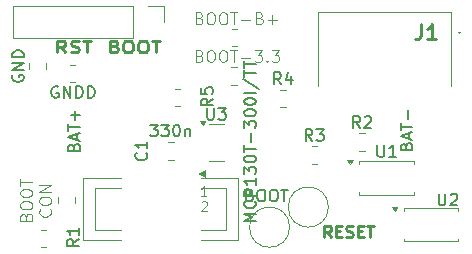
<source format=gbr>
%TF.GenerationSoftware,KiCad,Pcbnew,7.0.11+dfsg-1build4*%
%TF.CreationDate,2025-11-28T20:59:08+01:00*%
%TF.ProjectId,ParaMETEO-reset-adapter,50617261-4d45-4544-954f-2d7265736574,rev?*%
%TF.SameCoordinates,Original*%
%TF.FileFunction,Legend,Top*%
%TF.FilePolarity,Positive*%
%FSLAX46Y46*%
G04 Gerber Fmt 4.6, Leading zero omitted, Abs format (unit mm)*
G04 Created by KiCad (PCBNEW 7.0.11+dfsg-1build4) date 2025-11-28 20:59:08*
%MOMM*%
%LPD*%
G01*
G04 APERTURE LIST*
%ADD10C,0.100000*%
%ADD11C,0.150000*%
%ADD12C,0.250000*%
%ADD13C,0.254000*%
%ADD14C,0.073152*%
%ADD15C,0.120000*%
%ADD16C,0.200000*%
%ADD17C,0.101600*%
G04 APERTURE END LIST*
D10*
X137438609Y-69157142D02*
X137486228Y-69014285D01*
X137486228Y-69014285D02*
X137533847Y-68966666D01*
X137533847Y-68966666D02*
X137629085Y-68919047D01*
X137629085Y-68919047D02*
X137771942Y-68919047D01*
X137771942Y-68919047D02*
X137867180Y-68966666D01*
X137867180Y-68966666D02*
X137914800Y-69014285D01*
X137914800Y-69014285D02*
X137962419Y-69109523D01*
X137962419Y-69109523D02*
X137962419Y-69490475D01*
X137962419Y-69490475D02*
X136962419Y-69490475D01*
X136962419Y-69490475D02*
X136962419Y-69157142D01*
X136962419Y-69157142D02*
X137010038Y-69061904D01*
X137010038Y-69061904D02*
X137057657Y-69014285D01*
X137057657Y-69014285D02*
X137152895Y-68966666D01*
X137152895Y-68966666D02*
X137248133Y-68966666D01*
X137248133Y-68966666D02*
X137343371Y-69014285D01*
X137343371Y-69014285D02*
X137390990Y-69061904D01*
X137390990Y-69061904D02*
X137438609Y-69157142D01*
X137438609Y-69157142D02*
X137438609Y-69490475D01*
X136962419Y-68299999D02*
X136962419Y-68109523D01*
X136962419Y-68109523D02*
X137010038Y-68014285D01*
X137010038Y-68014285D02*
X137105276Y-67919047D01*
X137105276Y-67919047D02*
X137295752Y-67871428D01*
X137295752Y-67871428D02*
X137629085Y-67871428D01*
X137629085Y-67871428D02*
X137819561Y-67919047D01*
X137819561Y-67919047D02*
X137914800Y-68014285D01*
X137914800Y-68014285D02*
X137962419Y-68109523D01*
X137962419Y-68109523D02*
X137962419Y-68299999D01*
X137962419Y-68299999D02*
X137914800Y-68395237D01*
X137914800Y-68395237D02*
X137819561Y-68490475D01*
X137819561Y-68490475D02*
X137629085Y-68538094D01*
X137629085Y-68538094D02*
X137295752Y-68538094D01*
X137295752Y-68538094D02*
X137105276Y-68490475D01*
X137105276Y-68490475D02*
X137010038Y-68395237D01*
X137010038Y-68395237D02*
X136962419Y-68299999D01*
X136962419Y-67252380D02*
X136962419Y-67061904D01*
X136962419Y-67061904D02*
X137010038Y-66966666D01*
X137010038Y-66966666D02*
X137105276Y-66871428D01*
X137105276Y-66871428D02*
X137295752Y-66823809D01*
X137295752Y-66823809D02*
X137629085Y-66823809D01*
X137629085Y-66823809D02*
X137819561Y-66871428D01*
X137819561Y-66871428D02*
X137914800Y-66966666D01*
X137914800Y-66966666D02*
X137962419Y-67061904D01*
X137962419Y-67061904D02*
X137962419Y-67252380D01*
X137962419Y-67252380D02*
X137914800Y-67347618D01*
X137914800Y-67347618D02*
X137819561Y-67442856D01*
X137819561Y-67442856D02*
X137629085Y-67490475D01*
X137629085Y-67490475D02*
X137295752Y-67490475D01*
X137295752Y-67490475D02*
X137105276Y-67442856D01*
X137105276Y-67442856D02*
X137010038Y-67347618D01*
X137010038Y-67347618D02*
X136962419Y-67252380D01*
X136962419Y-66538094D02*
X136962419Y-65966666D01*
X137962419Y-66252380D02*
X136962419Y-66252380D01*
X139477180Y-68538095D02*
X139524800Y-68585714D01*
X139524800Y-68585714D02*
X139572419Y-68728571D01*
X139572419Y-68728571D02*
X139572419Y-68823809D01*
X139572419Y-68823809D02*
X139524800Y-68966666D01*
X139524800Y-68966666D02*
X139429561Y-69061904D01*
X139429561Y-69061904D02*
X139334323Y-69109523D01*
X139334323Y-69109523D02*
X139143847Y-69157142D01*
X139143847Y-69157142D02*
X139000990Y-69157142D01*
X139000990Y-69157142D02*
X138810514Y-69109523D01*
X138810514Y-69109523D02*
X138715276Y-69061904D01*
X138715276Y-69061904D02*
X138620038Y-68966666D01*
X138620038Y-68966666D02*
X138572419Y-68823809D01*
X138572419Y-68823809D02*
X138572419Y-68728571D01*
X138572419Y-68728571D02*
X138620038Y-68585714D01*
X138620038Y-68585714D02*
X138667657Y-68538095D01*
X138572419Y-67919047D02*
X138572419Y-67728571D01*
X138572419Y-67728571D02*
X138620038Y-67633333D01*
X138620038Y-67633333D02*
X138715276Y-67538095D01*
X138715276Y-67538095D02*
X138905752Y-67490476D01*
X138905752Y-67490476D02*
X139239085Y-67490476D01*
X139239085Y-67490476D02*
X139429561Y-67538095D01*
X139429561Y-67538095D02*
X139524800Y-67633333D01*
X139524800Y-67633333D02*
X139572419Y-67728571D01*
X139572419Y-67728571D02*
X139572419Y-67919047D01*
X139572419Y-67919047D02*
X139524800Y-68014285D01*
X139524800Y-68014285D02*
X139429561Y-68109523D01*
X139429561Y-68109523D02*
X139239085Y-68157142D01*
X139239085Y-68157142D02*
X138905752Y-68157142D01*
X138905752Y-68157142D02*
X138715276Y-68109523D01*
X138715276Y-68109523D02*
X138620038Y-68014285D01*
X138620038Y-68014285D02*
X138572419Y-67919047D01*
X139572419Y-67061904D02*
X138572419Y-67061904D01*
X138572419Y-67061904D02*
X139572419Y-66490476D01*
X139572419Y-66490476D02*
X138572419Y-66490476D01*
X152137217Y-52348609D02*
X152280074Y-52396228D01*
X152280074Y-52396228D02*
X152327693Y-52443847D01*
X152327693Y-52443847D02*
X152375312Y-52539085D01*
X152375312Y-52539085D02*
X152375312Y-52681942D01*
X152375312Y-52681942D02*
X152327693Y-52777180D01*
X152327693Y-52777180D02*
X152280074Y-52824800D01*
X152280074Y-52824800D02*
X152184836Y-52872419D01*
X152184836Y-52872419D02*
X151803884Y-52872419D01*
X151803884Y-52872419D02*
X151803884Y-51872419D01*
X151803884Y-51872419D02*
X152137217Y-51872419D01*
X152137217Y-51872419D02*
X152232455Y-51920038D01*
X152232455Y-51920038D02*
X152280074Y-51967657D01*
X152280074Y-51967657D02*
X152327693Y-52062895D01*
X152327693Y-52062895D02*
X152327693Y-52158133D01*
X152327693Y-52158133D02*
X152280074Y-52253371D01*
X152280074Y-52253371D02*
X152232455Y-52300990D01*
X152232455Y-52300990D02*
X152137217Y-52348609D01*
X152137217Y-52348609D02*
X151803884Y-52348609D01*
X152994360Y-51872419D02*
X153184836Y-51872419D01*
X153184836Y-51872419D02*
X153280074Y-51920038D01*
X153280074Y-51920038D02*
X153375312Y-52015276D01*
X153375312Y-52015276D02*
X153422931Y-52205752D01*
X153422931Y-52205752D02*
X153422931Y-52539085D01*
X153422931Y-52539085D02*
X153375312Y-52729561D01*
X153375312Y-52729561D02*
X153280074Y-52824800D01*
X153280074Y-52824800D02*
X153184836Y-52872419D01*
X153184836Y-52872419D02*
X152994360Y-52872419D01*
X152994360Y-52872419D02*
X152899122Y-52824800D01*
X152899122Y-52824800D02*
X152803884Y-52729561D01*
X152803884Y-52729561D02*
X152756265Y-52539085D01*
X152756265Y-52539085D02*
X152756265Y-52205752D01*
X152756265Y-52205752D02*
X152803884Y-52015276D01*
X152803884Y-52015276D02*
X152899122Y-51920038D01*
X152899122Y-51920038D02*
X152994360Y-51872419D01*
X154041979Y-51872419D02*
X154232455Y-51872419D01*
X154232455Y-51872419D02*
X154327693Y-51920038D01*
X154327693Y-51920038D02*
X154422931Y-52015276D01*
X154422931Y-52015276D02*
X154470550Y-52205752D01*
X154470550Y-52205752D02*
X154470550Y-52539085D01*
X154470550Y-52539085D02*
X154422931Y-52729561D01*
X154422931Y-52729561D02*
X154327693Y-52824800D01*
X154327693Y-52824800D02*
X154232455Y-52872419D01*
X154232455Y-52872419D02*
X154041979Y-52872419D01*
X154041979Y-52872419D02*
X153946741Y-52824800D01*
X153946741Y-52824800D02*
X153851503Y-52729561D01*
X153851503Y-52729561D02*
X153803884Y-52539085D01*
X153803884Y-52539085D02*
X153803884Y-52205752D01*
X153803884Y-52205752D02*
X153851503Y-52015276D01*
X153851503Y-52015276D02*
X153946741Y-51920038D01*
X153946741Y-51920038D02*
X154041979Y-51872419D01*
X154756265Y-51872419D02*
X155327693Y-51872419D01*
X155041979Y-52872419D02*
X155041979Y-51872419D01*
X155661027Y-52491466D02*
X156422932Y-52491466D01*
X157232455Y-52348609D02*
X157375312Y-52396228D01*
X157375312Y-52396228D02*
X157422931Y-52443847D01*
X157422931Y-52443847D02*
X157470550Y-52539085D01*
X157470550Y-52539085D02*
X157470550Y-52681942D01*
X157470550Y-52681942D02*
X157422931Y-52777180D01*
X157422931Y-52777180D02*
X157375312Y-52824800D01*
X157375312Y-52824800D02*
X157280074Y-52872419D01*
X157280074Y-52872419D02*
X156899122Y-52872419D01*
X156899122Y-52872419D02*
X156899122Y-51872419D01*
X156899122Y-51872419D02*
X157232455Y-51872419D01*
X157232455Y-51872419D02*
X157327693Y-51920038D01*
X157327693Y-51920038D02*
X157375312Y-51967657D01*
X157375312Y-51967657D02*
X157422931Y-52062895D01*
X157422931Y-52062895D02*
X157422931Y-52158133D01*
X157422931Y-52158133D02*
X157375312Y-52253371D01*
X157375312Y-52253371D02*
X157327693Y-52300990D01*
X157327693Y-52300990D02*
X157232455Y-52348609D01*
X157232455Y-52348609D02*
X156899122Y-52348609D01*
X157899122Y-52491466D02*
X158661027Y-52491466D01*
X158280074Y-52872419D02*
X158280074Y-52110514D01*
X152137217Y-55548609D02*
X152280074Y-55596228D01*
X152280074Y-55596228D02*
X152327693Y-55643847D01*
X152327693Y-55643847D02*
X152375312Y-55739085D01*
X152375312Y-55739085D02*
X152375312Y-55881942D01*
X152375312Y-55881942D02*
X152327693Y-55977180D01*
X152327693Y-55977180D02*
X152280074Y-56024800D01*
X152280074Y-56024800D02*
X152184836Y-56072419D01*
X152184836Y-56072419D02*
X151803884Y-56072419D01*
X151803884Y-56072419D02*
X151803884Y-55072419D01*
X151803884Y-55072419D02*
X152137217Y-55072419D01*
X152137217Y-55072419D02*
X152232455Y-55120038D01*
X152232455Y-55120038D02*
X152280074Y-55167657D01*
X152280074Y-55167657D02*
X152327693Y-55262895D01*
X152327693Y-55262895D02*
X152327693Y-55358133D01*
X152327693Y-55358133D02*
X152280074Y-55453371D01*
X152280074Y-55453371D02*
X152232455Y-55500990D01*
X152232455Y-55500990D02*
X152137217Y-55548609D01*
X152137217Y-55548609D02*
X151803884Y-55548609D01*
X152994360Y-55072419D02*
X153184836Y-55072419D01*
X153184836Y-55072419D02*
X153280074Y-55120038D01*
X153280074Y-55120038D02*
X153375312Y-55215276D01*
X153375312Y-55215276D02*
X153422931Y-55405752D01*
X153422931Y-55405752D02*
X153422931Y-55739085D01*
X153422931Y-55739085D02*
X153375312Y-55929561D01*
X153375312Y-55929561D02*
X153280074Y-56024800D01*
X153280074Y-56024800D02*
X153184836Y-56072419D01*
X153184836Y-56072419D02*
X152994360Y-56072419D01*
X152994360Y-56072419D02*
X152899122Y-56024800D01*
X152899122Y-56024800D02*
X152803884Y-55929561D01*
X152803884Y-55929561D02*
X152756265Y-55739085D01*
X152756265Y-55739085D02*
X152756265Y-55405752D01*
X152756265Y-55405752D02*
X152803884Y-55215276D01*
X152803884Y-55215276D02*
X152899122Y-55120038D01*
X152899122Y-55120038D02*
X152994360Y-55072419D01*
X154041979Y-55072419D02*
X154232455Y-55072419D01*
X154232455Y-55072419D02*
X154327693Y-55120038D01*
X154327693Y-55120038D02*
X154422931Y-55215276D01*
X154422931Y-55215276D02*
X154470550Y-55405752D01*
X154470550Y-55405752D02*
X154470550Y-55739085D01*
X154470550Y-55739085D02*
X154422931Y-55929561D01*
X154422931Y-55929561D02*
X154327693Y-56024800D01*
X154327693Y-56024800D02*
X154232455Y-56072419D01*
X154232455Y-56072419D02*
X154041979Y-56072419D01*
X154041979Y-56072419D02*
X153946741Y-56024800D01*
X153946741Y-56024800D02*
X153851503Y-55929561D01*
X153851503Y-55929561D02*
X153803884Y-55739085D01*
X153803884Y-55739085D02*
X153803884Y-55405752D01*
X153803884Y-55405752D02*
X153851503Y-55215276D01*
X153851503Y-55215276D02*
X153946741Y-55120038D01*
X153946741Y-55120038D02*
X154041979Y-55072419D01*
X154756265Y-55072419D02*
X155327693Y-55072419D01*
X155041979Y-56072419D02*
X155041979Y-55072419D01*
X155661027Y-55691466D02*
X156422932Y-55691466D01*
X156803884Y-55072419D02*
X157422931Y-55072419D01*
X157422931Y-55072419D02*
X157089598Y-55453371D01*
X157089598Y-55453371D02*
X157232455Y-55453371D01*
X157232455Y-55453371D02*
X157327693Y-55500990D01*
X157327693Y-55500990D02*
X157375312Y-55548609D01*
X157375312Y-55548609D02*
X157422931Y-55643847D01*
X157422931Y-55643847D02*
X157422931Y-55881942D01*
X157422931Y-55881942D02*
X157375312Y-55977180D01*
X157375312Y-55977180D02*
X157327693Y-56024800D01*
X157327693Y-56024800D02*
X157232455Y-56072419D01*
X157232455Y-56072419D02*
X156946741Y-56072419D01*
X156946741Y-56072419D02*
X156851503Y-56024800D01*
X156851503Y-56024800D02*
X156803884Y-55977180D01*
X157851503Y-55977180D02*
X157899122Y-56024800D01*
X157899122Y-56024800D02*
X157851503Y-56072419D01*
X157851503Y-56072419D02*
X157803884Y-56024800D01*
X157803884Y-56024800D02*
X157851503Y-55977180D01*
X157851503Y-55977180D02*
X157851503Y-56072419D01*
X158232455Y-55072419D02*
X158851502Y-55072419D01*
X158851502Y-55072419D02*
X158518169Y-55453371D01*
X158518169Y-55453371D02*
X158661026Y-55453371D01*
X158661026Y-55453371D02*
X158756264Y-55500990D01*
X158756264Y-55500990D02*
X158803883Y-55548609D01*
X158803883Y-55548609D02*
X158851502Y-55643847D01*
X158851502Y-55643847D02*
X158851502Y-55881942D01*
X158851502Y-55881942D02*
X158803883Y-55977180D01*
X158803883Y-55977180D02*
X158756264Y-56024800D01*
X158756264Y-56024800D02*
X158661026Y-56072419D01*
X158661026Y-56072419D02*
X158375312Y-56072419D01*
X158375312Y-56072419D02*
X158280074Y-56024800D01*
X158280074Y-56024800D02*
X158232455Y-55977180D01*
D11*
X156420112Y-67346009D02*
X156562969Y-67393628D01*
X156562969Y-67393628D02*
X156610588Y-67441247D01*
X156610588Y-67441247D02*
X156658207Y-67536485D01*
X156658207Y-67536485D02*
X156658207Y-67679342D01*
X156658207Y-67679342D02*
X156610588Y-67774580D01*
X156610588Y-67774580D02*
X156562969Y-67822200D01*
X156562969Y-67822200D02*
X156467731Y-67869819D01*
X156467731Y-67869819D02*
X156086779Y-67869819D01*
X156086779Y-67869819D02*
X156086779Y-66869819D01*
X156086779Y-66869819D02*
X156420112Y-66869819D01*
X156420112Y-66869819D02*
X156515350Y-66917438D01*
X156515350Y-66917438D02*
X156562969Y-66965057D01*
X156562969Y-66965057D02*
X156610588Y-67060295D01*
X156610588Y-67060295D02*
X156610588Y-67155533D01*
X156610588Y-67155533D02*
X156562969Y-67250771D01*
X156562969Y-67250771D02*
X156515350Y-67298390D01*
X156515350Y-67298390D02*
X156420112Y-67346009D01*
X156420112Y-67346009D02*
X156086779Y-67346009D01*
X157277255Y-66869819D02*
X157467731Y-66869819D01*
X157467731Y-66869819D02*
X157562969Y-66917438D01*
X157562969Y-66917438D02*
X157658207Y-67012676D01*
X157658207Y-67012676D02*
X157705826Y-67203152D01*
X157705826Y-67203152D02*
X157705826Y-67536485D01*
X157705826Y-67536485D02*
X157658207Y-67726961D01*
X157658207Y-67726961D02*
X157562969Y-67822200D01*
X157562969Y-67822200D02*
X157467731Y-67869819D01*
X157467731Y-67869819D02*
X157277255Y-67869819D01*
X157277255Y-67869819D02*
X157182017Y-67822200D01*
X157182017Y-67822200D02*
X157086779Y-67726961D01*
X157086779Y-67726961D02*
X157039160Y-67536485D01*
X157039160Y-67536485D02*
X157039160Y-67203152D01*
X157039160Y-67203152D02*
X157086779Y-67012676D01*
X157086779Y-67012676D02*
X157182017Y-66917438D01*
X157182017Y-66917438D02*
X157277255Y-66869819D01*
X158324874Y-66869819D02*
X158515350Y-66869819D01*
X158515350Y-66869819D02*
X158610588Y-66917438D01*
X158610588Y-66917438D02*
X158705826Y-67012676D01*
X158705826Y-67012676D02*
X158753445Y-67203152D01*
X158753445Y-67203152D02*
X158753445Y-67536485D01*
X158753445Y-67536485D02*
X158705826Y-67726961D01*
X158705826Y-67726961D02*
X158610588Y-67822200D01*
X158610588Y-67822200D02*
X158515350Y-67869819D01*
X158515350Y-67869819D02*
X158324874Y-67869819D01*
X158324874Y-67869819D02*
X158229636Y-67822200D01*
X158229636Y-67822200D02*
X158134398Y-67726961D01*
X158134398Y-67726961D02*
X158086779Y-67536485D01*
X158086779Y-67536485D02*
X158086779Y-67203152D01*
X158086779Y-67203152D02*
X158134398Y-67012676D01*
X158134398Y-67012676D02*
X158229636Y-66917438D01*
X158229636Y-66917438D02*
X158324874Y-66869819D01*
X159039160Y-66869819D02*
X159610588Y-66869819D01*
X159324874Y-67869819D02*
X159324874Y-66869819D01*
D12*
X163273996Y-70914619D02*
X162940663Y-70438428D01*
X162702568Y-70914619D02*
X162702568Y-69914619D01*
X162702568Y-69914619D02*
X163083520Y-69914619D01*
X163083520Y-69914619D02*
X163178758Y-69962238D01*
X163178758Y-69962238D02*
X163226377Y-70009857D01*
X163226377Y-70009857D02*
X163273996Y-70105095D01*
X163273996Y-70105095D02*
X163273996Y-70247952D01*
X163273996Y-70247952D02*
X163226377Y-70343190D01*
X163226377Y-70343190D02*
X163178758Y-70390809D01*
X163178758Y-70390809D02*
X163083520Y-70438428D01*
X163083520Y-70438428D02*
X162702568Y-70438428D01*
X163702568Y-70390809D02*
X164035901Y-70390809D01*
X164178758Y-70914619D02*
X163702568Y-70914619D01*
X163702568Y-70914619D02*
X163702568Y-69914619D01*
X163702568Y-69914619D02*
X164178758Y-69914619D01*
X164559711Y-70867000D02*
X164702568Y-70914619D01*
X164702568Y-70914619D02*
X164940663Y-70914619D01*
X164940663Y-70914619D02*
X165035901Y-70867000D01*
X165035901Y-70867000D02*
X165083520Y-70819380D01*
X165083520Y-70819380D02*
X165131139Y-70724142D01*
X165131139Y-70724142D02*
X165131139Y-70628904D01*
X165131139Y-70628904D02*
X165083520Y-70533666D01*
X165083520Y-70533666D02*
X165035901Y-70486047D01*
X165035901Y-70486047D02*
X164940663Y-70438428D01*
X164940663Y-70438428D02*
X164750187Y-70390809D01*
X164750187Y-70390809D02*
X164654949Y-70343190D01*
X164654949Y-70343190D02*
X164607330Y-70295571D01*
X164607330Y-70295571D02*
X164559711Y-70200333D01*
X164559711Y-70200333D02*
X164559711Y-70105095D01*
X164559711Y-70105095D02*
X164607330Y-70009857D01*
X164607330Y-70009857D02*
X164654949Y-69962238D01*
X164654949Y-69962238D02*
X164750187Y-69914619D01*
X164750187Y-69914619D02*
X164988282Y-69914619D01*
X164988282Y-69914619D02*
X165131139Y-69962238D01*
X165559711Y-70390809D02*
X165893044Y-70390809D01*
X166035901Y-70914619D02*
X165559711Y-70914619D01*
X165559711Y-70914619D02*
X165559711Y-69914619D01*
X165559711Y-69914619D02*
X166035901Y-69914619D01*
X166321616Y-69914619D02*
X166893044Y-69914619D01*
X166607330Y-70914619D02*
X166607330Y-69914619D01*
D11*
X140160588Y-58167438D02*
X140065350Y-58119819D01*
X140065350Y-58119819D02*
X139922493Y-58119819D01*
X139922493Y-58119819D02*
X139779636Y-58167438D01*
X139779636Y-58167438D02*
X139684398Y-58262676D01*
X139684398Y-58262676D02*
X139636779Y-58357914D01*
X139636779Y-58357914D02*
X139589160Y-58548390D01*
X139589160Y-58548390D02*
X139589160Y-58691247D01*
X139589160Y-58691247D02*
X139636779Y-58881723D01*
X139636779Y-58881723D02*
X139684398Y-58976961D01*
X139684398Y-58976961D02*
X139779636Y-59072200D01*
X139779636Y-59072200D02*
X139922493Y-59119819D01*
X139922493Y-59119819D02*
X140017731Y-59119819D01*
X140017731Y-59119819D02*
X140160588Y-59072200D01*
X140160588Y-59072200D02*
X140208207Y-59024580D01*
X140208207Y-59024580D02*
X140208207Y-58691247D01*
X140208207Y-58691247D02*
X140017731Y-58691247D01*
X140636779Y-59119819D02*
X140636779Y-58119819D01*
X140636779Y-58119819D02*
X141208207Y-59119819D01*
X141208207Y-59119819D02*
X141208207Y-58119819D01*
X141684398Y-59119819D02*
X141684398Y-58119819D01*
X141684398Y-58119819D02*
X141922493Y-58119819D01*
X141922493Y-58119819D02*
X142065350Y-58167438D01*
X142065350Y-58167438D02*
X142160588Y-58262676D01*
X142160588Y-58262676D02*
X142208207Y-58357914D01*
X142208207Y-58357914D02*
X142255826Y-58548390D01*
X142255826Y-58548390D02*
X142255826Y-58691247D01*
X142255826Y-58691247D02*
X142208207Y-58881723D01*
X142208207Y-58881723D02*
X142160588Y-58976961D01*
X142160588Y-58976961D02*
X142065350Y-59072200D01*
X142065350Y-59072200D02*
X141922493Y-59119819D01*
X141922493Y-59119819D02*
X141684398Y-59119819D01*
X142684398Y-59119819D02*
X142684398Y-58119819D01*
X142684398Y-58119819D02*
X142922493Y-58119819D01*
X142922493Y-58119819D02*
X143065350Y-58167438D01*
X143065350Y-58167438D02*
X143160588Y-58262676D01*
X143160588Y-58262676D02*
X143208207Y-58357914D01*
X143208207Y-58357914D02*
X143255826Y-58548390D01*
X143255826Y-58548390D02*
X143255826Y-58691247D01*
X143255826Y-58691247D02*
X143208207Y-58881723D01*
X143208207Y-58881723D02*
X143160588Y-58976961D01*
X143160588Y-58976961D02*
X143065350Y-59072200D01*
X143065350Y-59072200D02*
X142922493Y-59119819D01*
X142922493Y-59119819D02*
X142684398Y-59119819D01*
X136317438Y-57189411D02*
X136269819Y-57284649D01*
X136269819Y-57284649D02*
X136269819Y-57427506D01*
X136269819Y-57427506D02*
X136317438Y-57570363D01*
X136317438Y-57570363D02*
X136412676Y-57665601D01*
X136412676Y-57665601D02*
X136507914Y-57713220D01*
X136507914Y-57713220D02*
X136698390Y-57760839D01*
X136698390Y-57760839D02*
X136841247Y-57760839D01*
X136841247Y-57760839D02*
X137031723Y-57713220D01*
X137031723Y-57713220D02*
X137126961Y-57665601D01*
X137126961Y-57665601D02*
X137222200Y-57570363D01*
X137222200Y-57570363D02*
X137269819Y-57427506D01*
X137269819Y-57427506D02*
X137269819Y-57332268D01*
X137269819Y-57332268D02*
X137222200Y-57189411D01*
X137222200Y-57189411D02*
X137174580Y-57141792D01*
X137174580Y-57141792D02*
X136841247Y-57141792D01*
X136841247Y-57141792D02*
X136841247Y-57332268D01*
X137269819Y-56713220D02*
X136269819Y-56713220D01*
X136269819Y-56713220D02*
X137269819Y-56141792D01*
X137269819Y-56141792D02*
X136269819Y-56141792D01*
X137269819Y-55665601D02*
X136269819Y-55665601D01*
X136269819Y-55665601D02*
X136269819Y-55427506D01*
X136269819Y-55427506D02*
X136317438Y-55284649D01*
X136317438Y-55284649D02*
X136412676Y-55189411D01*
X136412676Y-55189411D02*
X136507914Y-55141792D01*
X136507914Y-55141792D02*
X136698390Y-55094173D01*
X136698390Y-55094173D02*
X136841247Y-55094173D01*
X136841247Y-55094173D02*
X137031723Y-55141792D01*
X137031723Y-55141792D02*
X137126961Y-55189411D01*
X137126961Y-55189411D02*
X137222200Y-55284649D01*
X137222200Y-55284649D02*
X137269819Y-55427506D01*
X137269819Y-55427506D02*
X137269819Y-55665601D01*
D12*
X140785901Y-55264619D02*
X140385901Y-54788428D01*
X140100187Y-55264619D02*
X140100187Y-54264619D01*
X140100187Y-54264619D02*
X140557330Y-54264619D01*
X140557330Y-54264619D02*
X140671615Y-54312238D01*
X140671615Y-54312238D02*
X140728758Y-54359857D01*
X140728758Y-54359857D02*
X140785901Y-54455095D01*
X140785901Y-54455095D02*
X140785901Y-54597952D01*
X140785901Y-54597952D02*
X140728758Y-54693190D01*
X140728758Y-54693190D02*
X140671615Y-54740809D01*
X140671615Y-54740809D02*
X140557330Y-54788428D01*
X140557330Y-54788428D02*
X140100187Y-54788428D01*
X141243044Y-55217000D02*
X141414473Y-55264619D01*
X141414473Y-55264619D02*
X141700187Y-55264619D01*
X141700187Y-55264619D02*
X141814473Y-55217000D01*
X141814473Y-55217000D02*
X141871615Y-55169380D01*
X141871615Y-55169380D02*
X141928758Y-55074142D01*
X141928758Y-55074142D02*
X141928758Y-54978904D01*
X141928758Y-54978904D02*
X141871615Y-54883666D01*
X141871615Y-54883666D02*
X141814473Y-54836047D01*
X141814473Y-54836047D02*
X141700187Y-54788428D01*
X141700187Y-54788428D02*
X141471615Y-54740809D01*
X141471615Y-54740809D02*
X141357330Y-54693190D01*
X141357330Y-54693190D02*
X141300187Y-54645571D01*
X141300187Y-54645571D02*
X141243044Y-54550333D01*
X141243044Y-54550333D02*
X141243044Y-54455095D01*
X141243044Y-54455095D02*
X141300187Y-54359857D01*
X141300187Y-54359857D02*
X141357330Y-54312238D01*
X141357330Y-54312238D02*
X141471615Y-54264619D01*
X141471615Y-54264619D02*
X141757330Y-54264619D01*
X141757330Y-54264619D02*
X141928758Y-54312238D01*
X142271615Y-54264619D02*
X142957330Y-54264619D01*
X142614472Y-55264619D02*
X142614472Y-54264619D01*
X144950187Y-54740809D02*
X145121615Y-54788428D01*
X145121615Y-54788428D02*
X145178758Y-54836047D01*
X145178758Y-54836047D02*
X145235901Y-54931285D01*
X145235901Y-54931285D02*
X145235901Y-55074142D01*
X145235901Y-55074142D02*
X145178758Y-55169380D01*
X145178758Y-55169380D02*
X145121615Y-55217000D01*
X145121615Y-55217000D02*
X145007330Y-55264619D01*
X145007330Y-55264619D02*
X144550187Y-55264619D01*
X144550187Y-55264619D02*
X144550187Y-54264619D01*
X144550187Y-54264619D02*
X144950187Y-54264619D01*
X144950187Y-54264619D02*
X145064473Y-54312238D01*
X145064473Y-54312238D02*
X145121615Y-54359857D01*
X145121615Y-54359857D02*
X145178758Y-54455095D01*
X145178758Y-54455095D02*
X145178758Y-54550333D01*
X145178758Y-54550333D02*
X145121615Y-54645571D01*
X145121615Y-54645571D02*
X145064473Y-54693190D01*
X145064473Y-54693190D02*
X144950187Y-54740809D01*
X144950187Y-54740809D02*
X144550187Y-54740809D01*
X145978758Y-54264619D02*
X146207330Y-54264619D01*
X146207330Y-54264619D02*
X146321615Y-54312238D01*
X146321615Y-54312238D02*
X146435901Y-54407476D01*
X146435901Y-54407476D02*
X146493044Y-54597952D01*
X146493044Y-54597952D02*
X146493044Y-54931285D01*
X146493044Y-54931285D02*
X146435901Y-55121761D01*
X146435901Y-55121761D02*
X146321615Y-55217000D01*
X146321615Y-55217000D02*
X146207330Y-55264619D01*
X146207330Y-55264619D02*
X145978758Y-55264619D01*
X145978758Y-55264619D02*
X145864473Y-55217000D01*
X145864473Y-55217000D02*
X145750187Y-55121761D01*
X145750187Y-55121761D02*
X145693044Y-54931285D01*
X145693044Y-54931285D02*
X145693044Y-54597952D01*
X145693044Y-54597952D02*
X145750187Y-54407476D01*
X145750187Y-54407476D02*
X145864473Y-54312238D01*
X145864473Y-54312238D02*
X145978758Y-54264619D01*
X147235901Y-54264619D02*
X147464473Y-54264619D01*
X147464473Y-54264619D02*
X147578758Y-54312238D01*
X147578758Y-54312238D02*
X147693044Y-54407476D01*
X147693044Y-54407476D02*
X147750187Y-54597952D01*
X147750187Y-54597952D02*
X147750187Y-54931285D01*
X147750187Y-54931285D02*
X147693044Y-55121761D01*
X147693044Y-55121761D02*
X147578758Y-55217000D01*
X147578758Y-55217000D02*
X147464473Y-55264619D01*
X147464473Y-55264619D02*
X147235901Y-55264619D01*
X147235901Y-55264619D02*
X147121616Y-55217000D01*
X147121616Y-55217000D02*
X147007330Y-55121761D01*
X147007330Y-55121761D02*
X146950187Y-54931285D01*
X146950187Y-54931285D02*
X146950187Y-54597952D01*
X146950187Y-54597952D02*
X147007330Y-54407476D01*
X147007330Y-54407476D02*
X147121616Y-54312238D01*
X147121616Y-54312238D02*
X147235901Y-54264619D01*
X148093044Y-54264619D02*
X148778759Y-54264619D01*
X148435901Y-55264619D02*
X148435901Y-54264619D01*
D11*
X141481009Y-63257142D02*
X141528628Y-63114285D01*
X141528628Y-63114285D02*
X141576247Y-63066666D01*
X141576247Y-63066666D02*
X141671485Y-63019047D01*
X141671485Y-63019047D02*
X141814342Y-63019047D01*
X141814342Y-63019047D02*
X141909580Y-63066666D01*
X141909580Y-63066666D02*
X141957200Y-63114285D01*
X141957200Y-63114285D02*
X142004819Y-63209523D01*
X142004819Y-63209523D02*
X142004819Y-63590475D01*
X142004819Y-63590475D02*
X141004819Y-63590475D01*
X141004819Y-63590475D02*
X141004819Y-63257142D01*
X141004819Y-63257142D02*
X141052438Y-63161904D01*
X141052438Y-63161904D02*
X141100057Y-63114285D01*
X141100057Y-63114285D02*
X141195295Y-63066666D01*
X141195295Y-63066666D02*
X141290533Y-63066666D01*
X141290533Y-63066666D02*
X141385771Y-63114285D01*
X141385771Y-63114285D02*
X141433390Y-63161904D01*
X141433390Y-63161904D02*
X141481009Y-63257142D01*
X141481009Y-63257142D02*
X141481009Y-63590475D01*
X141719104Y-62638094D02*
X141719104Y-62161904D01*
X142004819Y-62733332D02*
X141004819Y-62399999D01*
X141004819Y-62399999D02*
X142004819Y-62066666D01*
X141004819Y-61876189D02*
X141004819Y-61304761D01*
X142004819Y-61590475D02*
X141004819Y-61590475D01*
X141623866Y-60971427D02*
X141623866Y-60209523D01*
X142004819Y-60590475D02*
X141242914Y-60590475D01*
X169631009Y-63207142D02*
X169678628Y-63064285D01*
X169678628Y-63064285D02*
X169726247Y-63016666D01*
X169726247Y-63016666D02*
X169821485Y-62969047D01*
X169821485Y-62969047D02*
X169964342Y-62969047D01*
X169964342Y-62969047D02*
X170059580Y-63016666D01*
X170059580Y-63016666D02*
X170107200Y-63064285D01*
X170107200Y-63064285D02*
X170154819Y-63159523D01*
X170154819Y-63159523D02*
X170154819Y-63540475D01*
X170154819Y-63540475D02*
X169154819Y-63540475D01*
X169154819Y-63540475D02*
X169154819Y-63207142D01*
X169154819Y-63207142D02*
X169202438Y-63111904D01*
X169202438Y-63111904D02*
X169250057Y-63064285D01*
X169250057Y-63064285D02*
X169345295Y-63016666D01*
X169345295Y-63016666D02*
X169440533Y-63016666D01*
X169440533Y-63016666D02*
X169535771Y-63064285D01*
X169535771Y-63064285D02*
X169583390Y-63111904D01*
X169583390Y-63111904D02*
X169631009Y-63207142D01*
X169631009Y-63207142D02*
X169631009Y-63540475D01*
X169869104Y-62588094D02*
X169869104Y-62111904D01*
X170154819Y-62683332D02*
X169154819Y-62349999D01*
X169154819Y-62349999D02*
X170154819Y-62016666D01*
X169154819Y-61826189D02*
X169154819Y-61254761D01*
X170154819Y-61540475D02*
X169154819Y-61540475D01*
X169773866Y-60921427D02*
X169773866Y-60159523D01*
X159033333Y-57954819D02*
X158700000Y-57478628D01*
X158461905Y-57954819D02*
X158461905Y-56954819D01*
X158461905Y-56954819D02*
X158842857Y-56954819D01*
X158842857Y-56954819D02*
X158938095Y-57002438D01*
X158938095Y-57002438D02*
X158985714Y-57050057D01*
X158985714Y-57050057D02*
X159033333Y-57145295D01*
X159033333Y-57145295D02*
X159033333Y-57288152D01*
X159033333Y-57288152D02*
X158985714Y-57383390D01*
X158985714Y-57383390D02*
X158938095Y-57431009D01*
X158938095Y-57431009D02*
X158842857Y-57478628D01*
X158842857Y-57478628D02*
X158461905Y-57478628D01*
X159890476Y-57288152D02*
X159890476Y-57954819D01*
X159652381Y-56907200D02*
X159414286Y-57621485D01*
X159414286Y-57621485D02*
X160033333Y-57621485D01*
X165733333Y-61654819D02*
X165400000Y-61178628D01*
X165161905Y-61654819D02*
X165161905Y-60654819D01*
X165161905Y-60654819D02*
X165542857Y-60654819D01*
X165542857Y-60654819D02*
X165638095Y-60702438D01*
X165638095Y-60702438D02*
X165685714Y-60750057D01*
X165685714Y-60750057D02*
X165733333Y-60845295D01*
X165733333Y-60845295D02*
X165733333Y-60988152D01*
X165733333Y-60988152D02*
X165685714Y-61083390D01*
X165685714Y-61083390D02*
X165638095Y-61131009D01*
X165638095Y-61131009D02*
X165542857Y-61178628D01*
X165542857Y-61178628D02*
X165161905Y-61178628D01*
X166114286Y-60750057D02*
X166161905Y-60702438D01*
X166161905Y-60702438D02*
X166257143Y-60654819D01*
X166257143Y-60654819D02*
X166495238Y-60654819D01*
X166495238Y-60654819D02*
X166590476Y-60702438D01*
X166590476Y-60702438D02*
X166638095Y-60750057D01*
X166638095Y-60750057D02*
X166685714Y-60845295D01*
X166685714Y-60845295D02*
X166685714Y-60940533D01*
X166685714Y-60940533D02*
X166638095Y-61083390D01*
X166638095Y-61083390D02*
X166066667Y-61654819D01*
X166066667Y-61654819D02*
X166685714Y-61654819D01*
X161683333Y-62754819D02*
X161350000Y-62278628D01*
X161111905Y-62754819D02*
X161111905Y-61754819D01*
X161111905Y-61754819D02*
X161492857Y-61754819D01*
X161492857Y-61754819D02*
X161588095Y-61802438D01*
X161588095Y-61802438D02*
X161635714Y-61850057D01*
X161635714Y-61850057D02*
X161683333Y-61945295D01*
X161683333Y-61945295D02*
X161683333Y-62088152D01*
X161683333Y-62088152D02*
X161635714Y-62183390D01*
X161635714Y-62183390D02*
X161588095Y-62231009D01*
X161588095Y-62231009D02*
X161492857Y-62278628D01*
X161492857Y-62278628D02*
X161111905Y-62278628D01*
X162016667Y-61754819D02*
X162635714Y-61754819D01*
X162635714Y-61754819D02*
X162302381Y-62135771D01*
X162302381Y-62135771D02*
X162445238Y-62135771D01*
X162445238Y-62135771D02*
X162540476Y-62183390D01*
X162540476Y-62183390D02*
X162588095Y-62231009D01*
X162588095Y-62231009D02*
X162635714Y-62326247D01*
X162635714Y-62326247D02*
X162635714Y-62564342D01*
X162635714Y-62564342D02*
X162588095Y-62659580D01*
X162588095Y-62659580D02*
X162540476Y-62707200D01*
X162540476Y-62707200D02*
X162445238Y-62754819D01*
X162445238Y-62754819D02*
X162159524Y-62754819D01*
X162159524Y-62754819D02*
X162064286Y-62707200D01*
X162064286Y-62707200D02*
X162016667Y-62659580D01*
X167188095Y-63104819D02*
X167188095Y-63914342D01*
X167188095Y-63914342D02*
X167235714Y-64009580D01*
X167235714Y-64009580D02*
X167283333Y-64057200D01*
X167283333Y-64057200D02*
X167378571Y-64104819D01*
X167378571Y-64104819D02*
X167569047Y-64104819D01*
X167569047Y-64104819D02*
X167664285Y-64057200D01*
X167664285Y-64057200D02*
X167711904Y-64009580D01*
X167711904Y-64009580D02*
X167759523Y-63914342D01*
X167759523Y-63914342D02*
X167759523Y-63104819D01*
X168759523Y-64104819D02*
X168188095Y-64104819D01*
X168473809Y-64104819D02*
X168473809Y-63104819D01*
X168473809Y-63104819D02*
X168378571Y-63247676D01*
X168378571Y-63247676D02*
X168283333Y-63342914D01*
X168283333Y-63342914D02*
X168188095Y-63390533D01*
D13*
X170876667Y-52894318D02*
X170876667Y-53801461D01*
X170876667Y-53801461D02*
X170816190Y-53982889D01*
X170816190Y-53982889D02*
X170695238Y-54103842D01*
X170695238Y-54103842D02*
X170513809Y-54164318D01*
X170513809Y-54164318D02*
X170392857Y-54164318D01*
X172146667Y-54164318D02*
X171420952Y-54164318D01*
X171783809Y-54164318D02*
X171783809Y-52894318D01*
X171783809Y-52894318D02*
X171662857Y-53075746D01*
X171662857Y-53075746D02*
X171541905Y-53196699D01*
X171541905Y-53196699D02*
X171420952Y-53257175D01*
D11*
X172388095Y-67204819D02*
X172388095Y-68014342D01*
X172388095Y-68014342D02*
X172435714Y-68109580D01*
X172435714Y-68109580D02*
X172483333Y-68157200D01*
X172483333Y-68157200D02*
X172578571Y-68204819D01*
X172578571Y-68204819D02*
X172769047Y-68204819D01*
X172769047Y-68204819D02*
X172864285Y-68157200D01*
X172864285Y-68157200D02*
X172911904Y-68109580D01*
X172911904Y-68109580D02*
X172959523Y-68014342D01*
X172959523Y-68014342D02*
X172959523Y-67204819D01*
X173388095Y-67300057D02*
X173435714Y-67252438D01*
X173435714Y-67252438D02*
X173530952Y-67204819D01*
X173530952Y-67204819D02*
X173769047Y-67204819D01*
X173769047Y-67204819D02*
X173864285Y-67252438D01*
X173864285Y-67252438D02*
X173911904Y-67300057D01*
X173911904Y-67300057D02*
X173959523Y-67395295D01*
X173959523Y-67395295D02*
X173959523Y-67490533D01*
X173959523Y-67490533D02*
X173911904Y-67633390D01*
X173911904Y-67633390D02*
X173340476Y-68204819D01*
X173340476Y-68204819D02*
X173959523Y-68204819D01*
D14*
X152696896Y-67377798D02*
X152255662Y-67377798D01*
X152476279Y-67377798D02*
X152476279Y-66605638D01*
X152476279Y-66605638D02*
X152402740Y-66715947D01*
X152402740Y-66715947D02*
X152329201Y-66789486D01*
X152329201Y-66789486D02*
X152255662Y-66826255D01*
X152335062Y-67949177D02*
X152371831Y-67912408D01*
X152371831Y-67912408D02*
X152445370Y-67875638D01*
X152445370Y-67875638D02*
X152629218Y-67875638D01*
X152629218Y-67875638D02*
X152702757Y-67912408D01*
X152702757Y-67912408D02*
X152739526Y-67949177D01*
X152739526Y-67949177D02*
X152776296Y-68022716D01*
X152776296Y-68022716D02*
X152776296Y-68096255D01*
X152776296Y-68096255D02*
X152739526Y-68206564D01*
X152739526Y-68206564D02*
X152298292Y-68647798D01*
X152298292Y-68647798D02*
X152776296Y-68647798D01*
D11*
X153254819Y-59166666D02*
X152778628Y-59499999D01*
X153254819Y-59738094D02*
X152254819Y-59738094D01*
X152254819Y-59738094D02*
X152254819Y-59357142D01*
X152254819Y-59357142D02*
X152302438Y-59261904D01*
X152302438Y-59261904D02*
X152350057Y-59214285D01*
X152350057Y-59214285D02*
X152445295Y-59166666D01*
X152445295Y-59166666D02*
X152588152Y-59166666D01*
X152588152Y-59166666D02*
X152683390Y-59214285D01*
X152683390Y-59214285D02*
X152731009Y-59261904D01*
X152731009Y-59261904D02*
X152778628Y-59357142D01*
X152778628Y-59357142D02*
X152778628Y-59738094D01*
X152254819Y-58261904D02*
X152254819Y-58738094D01*
X152254819Y-58738094D02*
X152731009Y-58785713D01*
X152731009Y-58785713D02*
X152683390Y-58738094D01*
X152683390Y-58738094D02*
X152635771Y-58642856D01*
X152635771Y-58642856D02*
X152635771Y-58404761D01*
X152635771Y-58404761D02*
X152683390Y-58309523D01*
X152683390Y-58309523D02*
X152731009Y-58261904D01*
X152731009Y-58261904D02*
X152826247Y-58214285D01*
X152826247Y-58214285D02*
X153064342Y-58214285D01*
X153064342Y-58214285D02*
X153159580Y-58261904D01*
X153159580Y-58261904D02*
X153207200Y-58309523D01*
X153207200Y-58309523D02*
X153254819Y-58404761D01*
X153254819Y-58404761D02*
X153254819Y-58642856D01*
X153254819Y-58642856D02*
X153207200Y-58738094D01*
X153207200Y-58738094D02*
X153159580Y-58785713D01*
X147609580Y-63766666D02*
X147657200Y-63814285D01*
X147657200Y-63814285D02*
X147704819Y-63957142D01*
X147704819Y-63957142D02*
X147704819Y-64052380D01*
X147704819Y-64052380D02*
X147657200Y-64195237D01*
X147657200Y-64195237D02*
X147561961Y-64290475D01*
X147561961Y-64290475D02*
X147466723Y-64338094D01*
X147466723Y-64338094D02*
X147276247Y-64385713D01*
X147276247Y-64385713D02*
X147133390Y-64385713D01*
X147133390Y-64385713D02*
X146942914Y-64338094D01*
X146942914Y-64338094D02*
X146847676Y-64290475D01*
X146847676Y-64290475D02*
X146752438Y-64195237D01*
X146752438Y-64195237D02*
X146704819Y-64052380D01*
X146704819Y-64052380D02*
X146704819Y-63957142D01*
X146704819Y-63957142D02*
X146752438Y-63814285D01*
X146752438Y-63814285D02*
X146800057Y-63766666D01*
X147704819Y-62814285D02*
X147704819Y-63385713D01*
X147704819Y-63099999D02*
X146704819Y-63099999D01*
X146704819Y-63099999D02*
X146847676Y-63195237D01*
X146847676Y-63195237D02*
X146942914Y-63290475D01*
X146942914Y-63290475D02*
X146990533Y-63385713D01*
X147961905Y-61374819D02*
X148580952Y-61374819D01*
X148580952Y-61374819D02*
X148247619Y-61755771D01*
X148247619Y-61755771D02*
X148390476Y-61755771D01*
X148390476Y-61755771D02*
X148485714Y-61803390D01*
X148485714Y-61803390D02*
X148533333Y-61851009D01*
X148533333Y-61851009D02*
X148580952Y-61946247D01*
X148580952Y-61946247D02*
X148580952Y-62184342D01*
X148580952Y-62184342D02*
X148533333Y-62279580D01*
X148533333Y-62279580D02*
X148485714Y-62327200D01*
X148485714Y-62327200D02*
X148390476Y-62374819D01*
X148390476Y-62374819D02*
X148104762Y-62374819D01*
X148104762Y-62374819D02*
X148009524Y-62327200D01*
X148009524Y-62327200D02*
X147961905Y-62279580D01*
X148914286Y-61374819D02*
X149533333Y-61374819D01*
X149533333Y-61374819D02*
X149200000Y-61755771D01*
X149200000Y-61755771D02*
X149342857Y-61755771D01*
X149342857Y-61755771D02*
X149438095Y-61803390D01*
X149438095Y-61803390D02*
X149485714Y-61851009D01*
X149485714Y-61851009D02*
X149533333Y-61946247D01*
X149533333Y-61946247D02*
X149533333Y-62184342D01*
X149533333Y-62184342D02*
X149485714Y-62279580D01*
X149485714Y-62279580D02*
X149438095Y-62327200D01*
X149438095Y-62327200D02*
X149342857Y-62374819D01*
X149342857Y-62374819D02*
X149057143Y-62374819D01*
X149057143Y-62374819D02*
X148961905Y-62327200D01*
X148961905Y-62327200D02*
X148914286Y-62279580D01*
X150152381Y-61374819D02*
X150247619Y-61374819D01*
X150247619Y-61374819D02*
X150342857Y-61422438D01*
X150342857Y-61422438D02*
X150390476Y-61470057D01*
X150390476Y-61470057D02*
X150438095Y-61565295D01*
X150438095Y-61565295D02*
X150485714Y-61755771D01*
X150485714Y-61755771D02*
X150485714Y-61993866D01*
X150485714Y-61993866D02*
X150438095Y-62184342D01*
X150438095Y-62184342D02*
X150390476Y-62279580D01*
X150390476Y-62279580D02*
X150342857Y-62327200D01*
X150342857Y-62327200D02*
X150247619Y-62374819D01*
X150247619Y-62374819D02*
X150152381Y-62374819D01*
X150152381Y-62374819D02*
X150057143Y-62327200D01*
X150057143Y-62327200D02*
X150009524Y-62279580D01*
X150009524Y-62279580D02*
X149961905Y-62184342D01*
X149961905Y-62184342D02*
X149914286Y-61993866D01*
X149914286Y-61993866D02*
X149914286Y-61755771D01*
X149914286Y-61755771D02*
X149961905Y-61565295D01*
X149961905Y-61565295D02*
X150009524Y-61470057D01*
X150009524Y-61470057D02*
X150057143Y-61422438D01*
X150057143Y-61422438D02*
X150152381Y-61374819D01*
X150914286Y-61708152D02*
X150914286Y-62374819D01*
X150914286Y-61803390D02*
X150961905Y-61755771D01*
X150961905Y-61755771D02*
X151057143Y-61708152D01*
X151057143Y-61708152D02*
X151200000Y-61708152D01*
X151200000Y-61708152D02*
X151295238Y-61755771D01*
X151295238Y-61755771D02*
X151342857Y-61851009D01*
X151342857Y-61851009D02*
X151342857Y-62374819D01*
X141904819Y-71066666D02*
X141428628Y-71399999D01*
X141904819Y-71638094D02*
X140904819Y-71638094D01*
X140904819Y-71638094D02*
X140904819Y-71257142D01*
X140904819Y-71257142D02*
X140952438Y-71161904D01*
X140952438Y-71161904D02*
X141000057Y-71114285D01*
X141000057Y-71114285D02*
X141095295Y-71066666D01*
X141095295Y-71066666D02*
X141238152Y-71066666D01*
X141238152Y-71066666D02*
X141333390Y-71114285D01*
X141333390Y-71114285D02*
X141381009Y-71161904D01*
X141381009Y-71161904D02*
X141428628Y-71257142D01*
X141428628Y-71257142D02*
X141428628Y-71638094D01*
X141904819Y-70114285D02*
X141904819Y-70685713D01*
X141904819Y-70399999D02*
X140904819Y-70399999D01*
X140904819Y-70399999D02*
X141047676Y-70495237D01*
X141047676Y-70495237D02*
X141142914Y-70590475D01*
X141142914Y-70590475D02*
X141190533Y-70685713D01*
X152788095Y-59954819D02*
X152788095Y-60764342D01*
X152788095Y-60764342D02*
X152835714Y-60859580D01*
X152835714Y-60859580D02*
X152883333Y-60907200D01*
X152883333Y-60907200D02*
X152978571Y-60954819D01*
X152978571Y-60954819D02*
X153169047Y-60954819D01*
X153169047Y-60954819D02*
X153264285Y-60907200D01*
X153264285Y-60907200D02*
X153311904Y-60859580D01*
X153311904Y-60859580D02*
X153359523Y-60764342D01*
X153359523Y-60764342D02*
X153359523Y-59954819D01*
X153740476Y-59954819D02*
X154359523Y-59954819D01*
X154359523Y-59954819D02*
X154026190Y-60335771D01*
X154026190Y-60335771D02*
X154169047Y-60335771D01*
X154169047Y-60335771D02*
X154264285Y-60383390D01*
X154264285Y-60383390D02*
X154311904Y-60431009D01*
X154311904Y-60431009D02*
X154359523Y-60526247D01*
X154359523Y-60526247D02*
X154359523Y-60764342D01*
X154359523Y-60764342D02*
X154311904Y-60859580D01*
X154311904Y-60859580D02*
X154264285Y-60907200D01*
X154264285Y-60907200D02*
X154169047Y-60954819D01*
X154169047Y-60954819D02*
X153883333Y-60954819D01*
X153883333Y-60954819D02*
X153788095Y-60907200D01*
X153788095Y-60907200D02*
X153740476Y-60859580D01*
X156904819Y-69564285D02*
X155904819Y-69564285D01*
X155904819Y-69564285D02*
X156619104Y-69230952D01*
X156619104Y-69230952D02*
X155904819Y-68897619D01*
X155904819Y-68897619D02*
X156904819Y-68897619D01*
X156809580Y-67850000D02*
X156857200Y-67897619D01*
X156857200Y-67897619D02*
X156904819Y-68040476D01*
X156904819Y-68040476D02*
X156904819Y-68135714D01*
X156904819Y-68135714D02*
X156857200Y-68278571D01*
X156857200Y-68278571D02*
X156761961Y-68373809D01*
X156761961Y-68373809D02*
X156666723Y-68421428D01*
X156666723Y-68421428D02*
X156476247Y-68469047D01*
X156476247Y-68469047D02*
X156333390Y-68469047D01*
X156333390Y-68469047D02*
X156142914Y-68421428D01*
X156142914Y-68421428D02*
X156047676Y-68373809D01*
X156047676Y-68373809D02*
X155952438Y-68278571D01*
X155952438Y-68278571D02*
X155904819Y-68135714D01*
X155904819Y-68135714D02*
X155904819Y-68040476D01*
X155904819Y-68040476D02*
X155952438Y-67897619D01*
X155952438Y-67897619D02*
X156000057Y-67850000D01*
X156904819Y-67421428D02*
X155904819Y-67421428D01*
X155904819Y-67421428D02*
X155904819Y-67040476D01*
X155904819Y-67040476D02*
X155952438Y-66945238D01*
X155952438Y-66945238D02*
X156000057Y-66897619D01*
X156000057Y-66897619D02*
X156095295Y-66850000D01*
X156095295Y-66850000D02*
X156238152Y-66850000D01*
X156238152Y-66850000D02*
X156333390Y-66897619D01*
X156333390Y-66897619D02*
X156381009Y-66945238D01*
X156381009Y-66945238D02*
X156428628Y-67040476D01*
X156428628Y-67040476D02*
X156428628Y-67421428D01*
X156904819Y-65897619D02*
X156904819Y-66469047D01*
X156904819Y-66183333D02*
X155904819Y-66183333D01*
X155904819Y-66183333D02*
X156047676Y-66278571D01*
X156047676Y-66278571D02*
X156142914Y-66373809D01*
X156142914Y-66373809D02*
X156190533Y-66469047D01*
X155904819Y-65564285D02*
X155904819Y-64945238D01*
X155904819Y-64945238D02*
X156285771Y-65278571D01*
X156285771Y-65278571D02*
X156285771Y-65135714D01*
X156285771Y-65135714D02*
X156333390Y-65040476D01*
X156333390Y-65040476D02*
X156381009Y-64992857D01*
X156381009Y-64992857D02*
X156476247Y-64945238D01*
X156476247Y-64945238D02*
X156714342Y-64945238D01*
X156714342Y-64945238D02*
X156809580Y-64992857D01*
X156809580Y-64992857D02*
X156857200Y-65040476D01*
X156857200Y-65040476D02*
X156904819Y-65135714D01*
X156904819Y-65135714D02*
X156904819Y-65421428D01*
X156904819Y-65421428D02*
X156857200Y-65516666D01*
X156857200Y-65516666D02*
X156809580Y-65564285D01*
X155904819Y-64326190D02*
X155904819Y-64230952D01*
X155904819Y-64230952D02*
X155952438Y-64135714D01*
X155952438Y-64135714D02*
X156000057Y-64088095D01*
X156000057Y-64088095D02*
X156095295Y-64040476D01*
X156095295Y-64040476D02*
X156285771Y-63992857D01*
X156285771Y-63992857D02*
X156523866Y-63992857D01*
X156523866Y-63992857D02*
X156714342Y-64040476D01*
X156714342Y-64040476D02*
X156809580Y-64088095D01*
X156809580Y-64088095D02*
X156857200Y-64135714D01*
X156857200Y-64135714D02*
X156904819Y-64230952D01*
X156904819Y-64230952D02*
X156904819Y-64326190D01*
X156904819Y-64326190D02*
X156857200Y-64421428D01*
X156857200Y-64421428D02*
X156809580Y-64469047D01*
X156809580Y-64469047D02*
X156714342Y-64516666D01*
X156714342Y-64516666D02*
X156523866Y-64564285D01*
X156523866Y-64564285D02*
X156285771Y-64564285D01*
X156285771Y-64564285D02*
X156095295Y-64516666D01*
X156095295Y-64516666D02*
X156000057Y-64469047D01*
X156000057Y-64469047D02*
X155952438Y-64421428D01*
X155952438Y-64421428D02*
X155904819Y-64326190D01*
X155904819Y-63707142D02*
X155904819Y-63135714D01*
X156904819Y-63421428D02*
X155904819Y-63421428D01*
X156523866Y-62802380D02*
X156523866Y-62040476D01*
X155904819Y-61659523D02*
X155904819Y-61040476D01*
X155904819Y-61040476D02*
X156285771Y-61373809D01*
X156285771Y-61373809D02*
X156285771Y-61230952D01*
X156285771Y-61230952D02*
X156333390Y-61135714D01*
X156333390Y-61135714D02*
X156381009Y-61088095D01*
X156381009Y-61088095D02*
X156476247Y-61040476D01*
X156476247Y-61040476D02*
X156714342Y-61040476D01*
X156714342Y-61040476D02*
X156809580Y-61088095D01*
X156809580Y-61088095D02*
X156857200Y-61135714D01*
X156857200Y-61135714D02*
X156904819Y-61230952D01*
X156904819Y-61230952D02*
X156904819Y-61516666D01*
X156904819Y-61516666D02*
X156857200Y-61611904D01*
X156857200Y-61611904D02*
X156809580Y-61659523D01*
X155904819Y-60421428D02*
X155904819Y-60326190D01*
X155904819Y-60326190D02*
X155952438Y-60230952D01*
X155952438Y-60230952D02*
X156000057Y-60183333D01*
X156000057Y-60183333D02*
X156095295Y-60135714D01*
X156095295Y-60135714D02*
X156285771Y-60088095D01*
X156285771Y-60088095D02*
X156523866Y-60088095D01*
X156523866Y-60088095D02*
X156714342Y-60135714D01*
X156714342Y-60135714D02*
X156809580Y-60183333D01*
X156809580Y-60183333D02*
X156857200Y-60230952D01*
X156857200Y-60230952D02*
X156904819Y-60326190D01*
X156904819Y-60326190D02*
X156904819Y-60421428D01*
X156904819Y-60421428D02*
X156857200Y-60516666D01*
X156857200Y-60516666D02*
X156809580Y-60564285D01*
X156809580Y-60564285D02*
X156714342Y-60611904D01*
X156714342Y-60611904D02*
X156523866Y-60659523D01*
X156523866Y-60659523D02*
X156285771Y-60659523D01*
X156285771Y-60659523D02*
X156095295Y-60611904D01*
X156095295Y-60611904D02*
X156000057Y-60564285D01*
X156000057Y-60564285D02*
X155952438Y-60516666D01*
X155952438Y-60516666D02*
X155904819Y-60421428D01*
X155904819Y-59469047D02*
X155904819Y-59373809D01*
X155904819Y-59373809D02*
X155952438Y-59278571D01*
X155952438Y-59278571D02*
X156000057Y-59230952D01*
X156000057Y-59230952D02*
X156095295Y-59183333D01*
X156095295Y-59183333D02*
X156285771Y-59135714D01*
X156285771Y-59135714D02*
X156523866Y-59135714D01*
X156523866Y-59135714D02*
X156714342Y-59183333D01*
X156714342Y-59183333D02*
X156809580Y-59230952D01*
X156809580Y-59230952D02*
X156857200Y-59278571D01*
X156857200Y-59278571D02*
X156904819Y-59373809D01*
X156904819Y-59373809D02*
X156904819Y-59469047D01*
X156904819Y-59469047D02*
X156857200Y-59564285D01*
X156857200Y-59564285D02*
X156809580Y-59611904D01*
X156809580Y-59611904D02*
X156714342Y-59659523D01*
X156714342Y-59659523D02*
X156523866Y-59707142D01*
X156523866Y-59707142D02*
X156285771Y-59707142D01*
X156285771Y-59707142D02*
X156095295Y-59659523D01*
X156095295Y-59659523D02*
X156000057Y-59611904D01*
X156000057Y-59611904D02*
X155952438Y-59564285D01*
X155952438Y-59564285D02*
X155904819Y-59469047D01*
X156904819Y-58707142D02*
X155904819Y-58707142D01*
X155857200Y-57516667D02*
X157142914Y-58373809D01*
X155904819Y-57326190D02*
X155904819Y-56754762D01*
X156904819Y-57040476D02*
X155904819Y-57040476D01*
X155904819Y-56564285D02*
X155904819Y-55992857D01*
X156904819Y-56278571D02*
X155904819Y-56278571D01*
D15*
%TO.C,R10*%
X154822936Y-56515000D02*
X155277064Y-56515000D01*
X154822936Y-57985000D02*
X155277064Y-57985000D01*
%TO.C,R9*%
X141585000Y-67977064D02*
X141585000Y-67522936D01*
X140115000Y-67977064D02*
X140115000Y-67522936D01*
%TO.C,R8*%
X154872936Y-53265000D02*
X155327064Y-53265000D01*
X154872936Y-54735000D02*
X155327064Y-54735000D01*
%TO.C,R7*%
X141172936Y-57785000D02*
X141627064Y-57785000D01*
X141172936Y-56315000D02*
X141627064Y-56315000D01*
%TO.C,R6*%
X139135000Y-56172936D02*
X139135000Y-56627064D01*
X137665000Y-56172936D02*
X137665000Y-56627064D01*
%TO.C,J2*%
X149140000Y-51370000D02*
X149140000Y-52700000D01*
X147810000Y-51370000D02*
X149140000Y-51370000D01*
X146540000Y-51370000D02*
X136320000Y-51370000D01*
X146540000Y-51370000D02*
X146540000Y-54030000D01*
X136320000Y-51370000D02*
X136320000Y-54030000D01*
X146540000Y-54030000D02*
X136320000Y-54030000D01*
%TO.C,R4*%
X158972936Y-58415000D02*
X159427064Y-58415000D01*
X158972936Y-59885000D02*
X159427064Y-59885000D01*
%TO.C,R2*%
X165672936Y-62115000D02*
X166127064Y-62115000D01*
X165672936Y-63585000D02*
X166127064Y-63585000D01*
%TO.C,R3*%
X161622936Y-63215000D02*
X162077064Y-63215000D01*
X161622936Y-64685000D02*
X162077064Y-64685000D01*
%TO.C,U1*%
X165640000Y-64490000D02*
X165640000Y-64705000D01*
X165640000Y-67310000D02*
X165640000Y-67095000D01*
X167950000Y-64490000D02*
X165640000Y-64490000D01*
X167950000Y-64490000D02*
X170260000Y-64490000D01*
X167950000Y-67310000D02*
X165640000Y-67310000D01*
X167950000Y-67310000D02*
X170260000Y-67310000D01*
X170260000Y-64490000D02*
X170260000Y-64705000D01*
X170260000Y-67310000D02*
X170260000Y-67095000D01*
X164850000Y-64705000D02*
X164610000Y-64375000D01*
X165090000Y-64375000D01*
X164850000Y-64705000D01*
G36*
X164850000Y-64705000D02*
G01*
X164610000Y-64375000D01*
X165090000Y-64375000D01*
X164850000Y-64705000D01*
G37*
D10*
%TO.C,J1*%
X173450000Y-51800000D02*
X173450000Y-58100000D01*
X162150000Y-58100000D02*
X162150000Y-51800000D01*
X162150000Y-51800000D02*
X173450000Y-51800000D01*
D16*
X174200000Y-53590000D02*
G75*
G03*
X174100000Y-53590000I-50000J0D01*
G01*
X174100000Y-53590000D02*
G75*
G03*
X174200000Y-53590000I50000J0D01*
G01*
D15*
%TO.C,U2*%
X169440000Y-68440000D02*
X169440000Y-68655000D01*
X169440000Y-71260000D02*
X169440000Y-71045000D01*
X171750000Y-68440000D02*
X169440000Y-68440000D01*
X171750000Y-68440000D02*
X174060000Y-68440000D01*
X171750000Y-71260000D02*
X169440000Y-71260000D01*
X171750000Y-71260000D02*
X174060000Y-71260000D01*
X174060000Y-68440000D02*
X174060000Y-68655000D01*
X174060000Y-71260000D02*
X174060000Y-71045000D01*
X168650000Y-68655000D02*
X168410000Y-68325000D01*
X168890000Y-68325000D01*
X168650000Y-68655000D01*
G36*
X168650000Y-68655000D02*
G01*
X168410000Y-68325000D01*
X168890000Y-68325000D01*
X168650000Y-68655000D01*
G37*
%TO.C,TP1*%
X163040800Y-68351400D02*
G75*
G03*
X159640800Y-68351400I-1700000J0D01*
G01*
X159640800Y-68351400D02*
G75*
G03*
X163040800Y-68351400I1700000J0D01*
G01*
D17*
%TO.C,X1*%
X155419000Y-71133000D02*
X155419000Y-65883000D01*
X155419000Y-65883000D02*
X152254000Y-65883000D01*
X154394000Y-70258000D02*
X154394000Y-66758000D01*
X154394000Y-66758000D02*
X152234000Y-66758000D01*
X152254000Y-70258000D02*
X154394000Y-70258000D01*
X152229000Y-71133000D02*
X155419000Y-71133000D01*
X145454000Y-66758000D02*
X143294000Y-66758000D01*
X145454000Y-65883000D02*
X142269000Y-65883000D01*
X143294000Y-70258000D02*
X145454000Y-70258000D01*
X143294000Y-66758000D02*
X143294000Y-70258000D01*
X142269000Y-71133000D02*
X145459000Y-71133000D01*
X142269000Y-65883000D02*
X142269000Y-71133000D01*
G36*
X152657200Y-65879100D02*
G01*
X152022200Y-65561600D01*
X152657200Y-65244100D01*
X152657200Y-65879100D01*
G37*
D15*
%TO.C,TP2*%
X159764200Y-70053200D02*
G75*
G03*
X156364200Y-70053200I-1700000J0D01*
G01*
X156364200Y-70053200D02*
G75*
G03*
X159764200Y-70053200I1700000J0D01*
G01*
%TO.C,R5*%
X150022936Y-59785000D02*
X150477064Y-59785000D01*
X150022936Y-58315000D02*
X150477064Y-58315000D01*
%TO.C,C1*%
X149961252Y-64335000D02*
X149438748Y-64335000D01*
X149961252Y-62865000D02*
X149438748Y-62865000D01*
%TO.C,R1*%
X138722936Y-70265000D02*
X139177064Y-70265000D01*
X138722936Y-71735000D02*
X139177064Y-71735000D01*
%TO.C,U3*%
X152387500Y-61390000D02*
X152147500Y-61060000D01*
X152627500Y-61060000D01*
X152387500Y-61390000D01*
G36*
X152387500Y-61390000D02*
G01*
X152147500Y-61060000D01*
X152627500Y-61060000D01*
X152387500Y-61390000D01*
G37*
X153550000Y-64460000D02*
X154200000Y-64460000D01*
X153550000Y-64460000D02*
X152900000Y-64460000D01*
X153550000Y-61340000D02*
X154200000Y-61340000D01*
X153550000Y-61340000D02*
X152900000Y-61340000D01*
%TD*%
M02*

</source>
